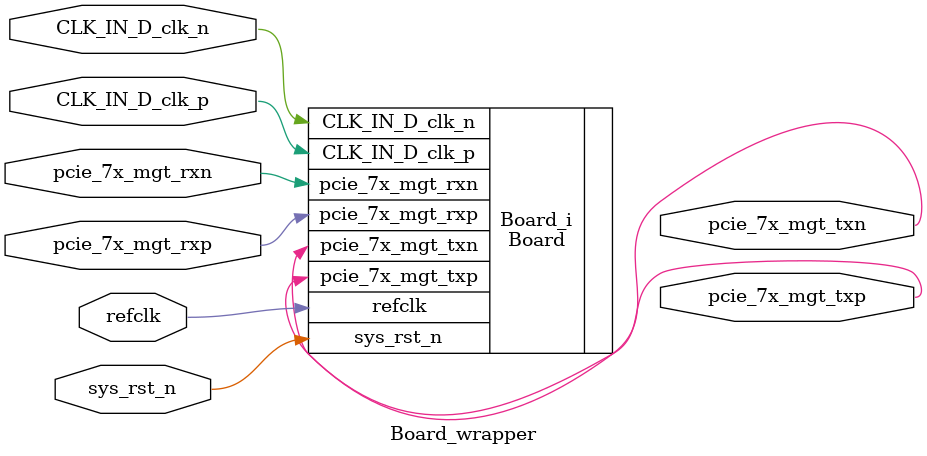
<source format=v>
`timescale 1 ps / 1 ps

module Board_wrapper
   (CLK_IN_D_clk_n,
    CLK_IN_D_clk_p,
    pcie_7x_mgt_rxn,
    pcie_7x_mgt_rxp,
    pcie_7x_mgt_txn,
    pcie_7x_mgt_txp,
    refclk,
    sys_rst_n);
  input [0:0]CLK_IN_D_clk_n;
  input [0:0]CLK_IN_D_clk_p;
  input [0:0]pcie_7x_mgt_rxn;
  input [0:0]pcie_7x_mgt_rxp;
  output [0:0]pcie_7x_mgt_txn;
  output [0:0]pcie_7x_mgt_txp;
  input refclk;
  input sys_rst_n;

  wire [0:0]CLK_IN_D_clk_n;
  wire [0:0]CLK_IN_D_clk_p;
  wire [0:0]pcie_7x_mgt_rxn;
  wire [0:0]pcie_7x_mgt_rxp;
  wire [0:0]pcie_7x_mgt_txn;
  wire [0:0]pcie_7x_mgt_txp;
  wire refclk;
  wire sys_rst_n;

  Board Board_i
       (.CLK_IN_D_clk_n(CLK_IN_D_clk_n),
        .CLK_IN_D_clk_p(CLK_IN_D_clk_p),
        .pcie_7x_mgt_rxn(pcie_7x_mgt_rxn),
        .pcie_7x_mgt_rxp(pcie_7x_mgt_rxp),
        .pcie_7x_mgt_txn(pcie_7x_mgt_txn),
        .pcie_7x_mgt_txp(pcie_7x_mgt_txp),
        .refclk(refclk),
        .sys_rst_n(sys_rst_n));
endmodule

</source>
